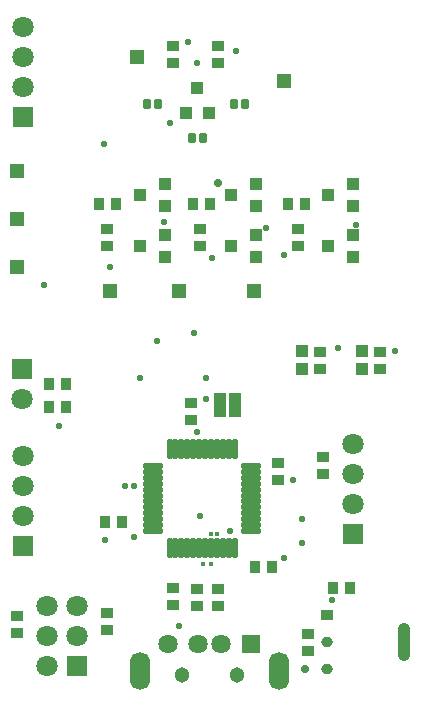
<source format=gts>
G04*
G04 #@! TF.GenerationSoftware,Altium Limited,Altium Designer,25.3.3 (18)*
G04*
G04 Layer_Color=8388736*
%FSLAX25Y25*%
%MOIN*%
G70*
G04*
G04 #@! TF.SameCoordinates,C02AA0BD-ED60-40AF-A0AC-FC32A95D580F*
G04*
G04*
G04 #@! TF.FilePolarity,Negative*
G04*
G01*
G75*
G04:AMPARAMS|DCode=26|XSize=39.54mil|YSize=125.28mil|CornerRadius=17.2mil|HoleSize=0mil|Usage=FLASHONLY|Rotation=0.000|XOffset=0mil|YOffset=0mil|HoleType=Round|Shape=RoundedRectangle|*
%AMROUNDEDRECTD26*
21,1,0.03954,0.09088,0,0,0.0*
21,1,0.00514,0.12528,0,0,0.0*
1,1,0.03440,0.00257,-0.04544*
1,1,0.03440,-0.00257,-0.04544*
1,1,0.03440,-0.00257,0.04544*
1,1,0.03440,0.00257,0.04544*
%
%ADD26ROUNDEDRECTD26*%
G04:AMPARAMS|DCode=27|XSize=39.54mil|YSize=34.34mil|CornerRadius=17.17mil|HoleSize=0mil|Usage=FLASHONLY|Rotation=0.000|XOffset=0mil|YOffset=0mil|HoleType=Round|Shape=RoundedRectangle|*
%AMROUNDEDRECTD27*
21,1,0.03954,0.00000,0,0,0.0*
21,1,0.00520,0.03434,0,0,0.0*
1,1,0.03434,0.00260,0.00000*
1,1,0.03434,-0.00260,0.00000*
1,1,0.03434,-0.00260,0.00000*
1,1,0.03434,0.00260,0.00000*
%
%ADD27ROUNDEDRECTD27*%
%ADD28R,0.03954X0.03434*%
%ADD29R,0.04737X0.04737*%
%ADD30R,0.04343X0.03359*%
%ADD31R,0.03359X0.04343*%
%ADD32R,0.04343X0.03950*%
%ADD33R,0.03950X0.04343*%
G04:AMPARAMS|DCode=34|XSize=27.29mil|YSize=31.62mil|CornerRadius=5.93mil|HoleSize=0mil|Usage=FLASHONLY|Rotation=180.000|XOffset=0mil|YOffset=0mil|HoleType=Round|Shape=RoundedRectangle|*
%AMROUNDEDRECTD34*
21,1,0.02729,0.01976,0,0,180.0*
21,1,0.01543,0.03162,0,0,180.0*
1,1,0.01186,-0.00772,0.00988*
1,1,0.01186,0.00772,0.00988*
1,1,0.01186,0.00772,-0.00988*
1,1,0.01186,-0.00772,-0.00988*
%
%ADD34ROUNDEDRECTD34*%
%ADD35R,0.03950X0.03950*%
G04:AMPARAMS|DCode=36|XSize=19.02mil|YSize=69.42mil|CornerRadius=6.76mil|HoleSize=0mil|Usage=FLASHONLY|Rotation=270.000|XOffset=0mil|YOffset=0mil|HoleType=Round|Shape=RoundedRectangle|*
%AMROUNDEDRECTD36*
21,1,0.01902,0.05591,0,0,270.0*
21,1,0.00551,0.06942,0,0,270.0*
1,1,0.01351,-0.02795,-0.00276*
1,1,0.01351,-0.02795,0.00276*
1,1,0.01351,0.02795,0.00276*
1,1,0.01351,0.02795,-0.00276*
%
%ADD36ROUNDEDRECTD36*%
G04:AMPARAMS|DCode=37|XSize=19.02mil|YSize=69.42mil|CornerRadius=6.76mil|HoleSize=0mil|Usage=FLASHONLY|Rotation=0.000|XOffset=0mil|YOffset=0mil|HoleType=Round|Shape=RoundedRectangle|*
%AMROUNDEDRECTD37*
21,1,0.01902,0.05591,0,0,0.0*
21,1,0.00551,0.06942,0,0,0.0*
1,1,0.01351,0.00276,-0.02795*
1,1,0.01351,-0.00276,-0.02795*
1,1,0.01351,-0.00276,0.02795*
1,1,0.01351,0.00276,0.02795*
%
%ADD37ROUNDEDRECTD37*%
%ADD38R,0.04265X0.03871*%
%ADD39C,0.06422*%
%ADD40R,0.06422X0.06422*%
%ADD41O,0.06737X0.12674*%
%ADD42C,0.05131*%
%ADD43C,0.07119*%
%ADD44R,0.07119X0.07119*%
%ADD45C,0.02300*%
%ADD46C,0.02800*%
%ADD47C,0.01600*%
D26*
X134972Y17000D02*
D03*
D27*
X109028Y7984D02*
D03*
Y17000D02*
D03*
D28*
Y26016D02*
D03*
D29*
X85000Y134000D02*
D03*
X46000Y212000D02*
D03*
X95000Y204000D02*
D03*
X60000Y134000D02*
D03*
X37000D02*
D03*
X6000Y142000D02*
D03*
Y158000D02*
D03*
Y174000D02*
D03*
D30*
X66000Y34709D02*
D03*
X73000Y34854D02*
D03*
Y29146D02*
D03*
X66000Y29000D02*
D03*
X36000Y149146D02*
D03*
Y154854D02*
D03*
X73000Y210146D02*
D03*
Y215854D02*
D03*
X58000Y215709D02*
D03*
Y210000D02*
D03*
X99622Y149146D02*
D03*
Y154854D02*
D03*
X67000Y149146D02*
D03*
Y154854D02*
D03*
X103000Y19854D02*
D03*
Y14146D02*
D03*
X108000Y73146D02*
D03*
Y78854D02*
D03*
X64000Y96854D02*
D03*
Y91146D02*
D03*
X93000Y71146D02*
D03*
Y76854D02*
D03*
X36000Y26854D02*
D03*
Y21146D02*
D03*
X6000Y20000D02*
D03*
Y25709D02*
D03*
X107000Y108000D02*
D03*
Y113709D02*
D03*
X127000Y108000D02*
D03*
Y113709D02*
D03*
X58000Y35000D02*
D03*
Y29291D02*
D03*
D31*
X38854Y163000D02*
D03*
X33146D02*
D03*
X101854D02*
D03*
X96146D02*
D03*
X70146D02*
D03*
X64437D02*
D03*
X111146Y35000D02*
D03*
X116854D02*
D03*
X22354Y103000D02*
D03*
X16646D02*
D03*
X35146Y57000D02*
D03*
X40854D02*
D03*
X90854Y42000D02*
D03*
X85146D02*
D03*
X16646Y95500D02*
D03*
X22354D02*
D03*
D32*
X117937Y162260D02*
D03*
Y169740D02*
D03*
X109669Y166000D02*
D03*
X85559Y162260D02*
D03*
Y169740D02*
D03*
X77291Y166000D02*
D03*
X55228Y162260D02*
D03*
Y169740D02*
D03*
X46961Y166000D02*
D03*
X117937Y145260D02*
D03*
Y152740D02*
D03*
X109669Y149000D02*
D03*
X85496Y145260D02*
D03*
Y152740D02*
D03*
X77228Y149000D02*
D03*
X55228Y145260D02*
D03*
Y152740D02*
D03*
X46961Y149000D02*
D03*
D33*
X62260Y193563D02*
D03*
X69740D02*
D03*
X66000Y201831D02*
D03*
D34*
X64209Y185000D02*
D03*
X67791D02*
D03*
X49209Y196500D02*
D03*
X52791D02*
D03*
X78209D02*
D03*
X81791D02*
D03*
D35*
X121000Y113953D02*
D03*
Y108047D02*
D03*
X101000Y114000D02*
D03*
Y108095D02*
D03*
D36*
X84000Y75748D02*
D03*
Y73779D02*
D03*
Y71811D02*
D03*
Y69842D02*
D03*
Y67874D02*
D03*
Y65905D02*
D03*
Y63937D02*
D03*
Y61968D02*
D03*
Y60000D02*
D03*
Y58031D02*
D03*
Y56063D02*
D03*
Y54094D02*
D03*
X51087D02*
D03*
Y56063D02*
D03*
Y58031D02*
D03*
Y60000D02*
D03*
Y61968D02*
D03*
Y63937D02*
D03*
Y65905D02*
D03*
Y67874D02*
D03*
Y69842D02*
D03*
Y71811D02*
D03*
Y73779D02*
D03*
Y75748D02*
D03*
D37*
X78370Y48465D02*
D03*
X76402D02*
D03*
X74433D02*
D03*
X72465D02*
D03*
X70496D02*
D03*
X68528D02*
D03*
X66559D02*
D03*
X64591D02*
D03*
X62622D02*
D03*
X60654D02*
D03*
X58685D02*
D03*
X56717D02*
D03*
Y81378D02*
D03*
X58685D02*
D03*
X60654D02*
D03*
X62622D02*
D03*
X64591D02*
D03*
X66559D02*
D03*
X68528D02*
D03*
X70496D02*
D03*
X72465D02*
D03*
X74433D02*
D03*
X76402D02*
D03*
X78370D02*
D03*
D38*
X78520Y94071D02*
D03*
X73480D02*
D03*
Y97929D02*
D03*
X78520D02*
D03*
D39*
X56221Y16354D02*
D03*
X66063D02*
D03*
X73937D02*
D03*
D40*
X83780D02*
D03*
D41*
X93032Y7378D02*
D03*
X46968D02*
D03*
D42*
X79055Y6000D02*
D03*
X60945D02*
D03*
D43*
X16000Y29000D02*
D03*
X26000D02*
D03*
X16000Y19000D02*
D03*
X26000D02*
D03*
X16000Y9000D02*
D03*
X8000Y79000D02*
D03*
Y69000D02*
D03*
Y59000D02*
D03*
Y222000D02*
D03*
Y212000D02*
D03*
Y202000D02*
D03*
X118000Y83000D02*
D03*
Y73000D02*
D03*
Y63000D02*
D03*
X7500Y98000D02*
D03*
D44*
X26000Y9000D02*
D03*
X8000Y49000D02*
D03*
Y192000D02*
D03*
X118000Y53000D02*
D03*
X7500Y108000D02*
D03*
D45*
X69000Y105000D02*
D03*
X47000D02*
D03*
X101000Y58000D02*
D03*
Y50000D02*
D03*
X65000Y120000D02*
D03*
X52500Y117500D02*
D03*
X60000Y22500D02*
D03*
X95000Y45000D02*
D03*
X77000Y54000D02*
D03*
X111000Y31000D02*
D03*
X45000Y52000D02*
D03*
X35073Y51073D02*
D03*
X66000Y87000D02*
D03*
X69000Y98000D02*
D03*
X98000Y71000D02*
D03*
X113000Y115000D02*
D03*
X132000Y114000D02*
D03*
X119000Y156000D02*
D03*
X95000Y146000D02*
D03*
X89000Y155000D02*
D03*
X71000Y145000D02*
D03*
X55000Y157000D02*
D03*
X37000Y142000D02*
D03*
X63000Y217000D02*
D03*
X42000Y69000D02*
D03*
X45000D02*
D03*
X67000Y59000D02*
D03*
X20000Y89000D02*
D03*
X35000Y183000D02*
D03*
X79000Y214000D02*
D03*
X15000Y136000D02*
D03*
X66000Y210000D02*
D03*
X57000Y190000D02*
D03*
D46*
X73000Y170000D02*
D03*
X102016Y7984D02*
D03*
D47*
X72500Y53000D02*
D03*
X70500D02*
D03*
Y43000D02*
D03*
X68000D02*
D03*
M02*

</source>
